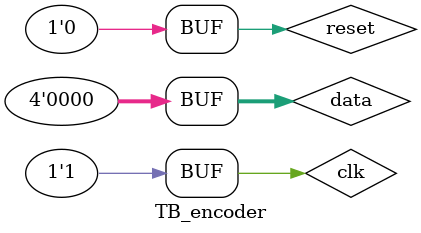
<source format=v>
`timescale 1ns / 1ps

// Description: test bench for encoder module

//////////////////////////////////////////////////////////////////////////////////


module TB_encoder(
    );
    
    
    reg [3:0] data;
    wire [6:0] codeword;
    reg clk;
    reg reset;
    
    encoder encoder1 (data,codeword,clk,reset);
    
/////////////////////////////////////////////////////
//loop to create clock input
 always 
 begin 
clk = 1'b0; #10;
clk = 1'b1; #10;
 end
/////////////////////////////////////////////////////
/////////////////////////////////////////////////////




 
initial 
    begin 
    //begins with one reset
    reset =   1'b1;  data = 4'b0000; #30;
    
    reset =   1'b0;  data = 4'b0000; #30;
    reset =   1'b0;  data = 4'b0001; #30;
    reset =   1'b0;  data = 4'b0010; #30;
    reset =   1'b0;  data = 4'b0011; #30; 
    /////////////////////////////////////////////////////
    //reset enabled
    reset =   1'b1;  data = 4'b0000; #30;
    reset =   1'b1;  data = 4'b0001; #30;
    /////////////////////////////////////////////////////
    //back to reset disabled 
    reset =   1'b0;  data = 4'b0000; #30;
    
   end
    
    
    
    
    
    
    
endmodule

</source>
